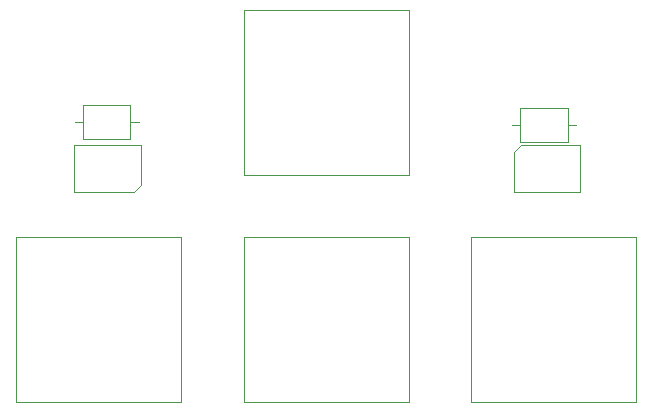
<source format=gbr>
%TF.GenerationSoftware,KiCad,Pcbnew,9.0.2*%
%TF.CreationDate,2025-06-30T20:41:05-04:00*%
%TF.ProjectId,Hackpad,4861636b-7061-4642-9e6b-696361645f70,rev?*%
%TF.SameCoordinates,Original*%
%TF.FileFunction,Legend,Top*%
%TF.FilePolarity,Positive*%
%FSLAX46Y46*%
G04 Gerber Fmt 4.6, Leading zero omitted, Abs format (unit mm)*
G04 Created by KiCad (PCBNEW 9.0.2) date 2025-06-30 20:41:05*
%MOMM*%
%LPD*%
G01*
G04 APERTURE LIST*
%ADD10C,0.120000*%
G04 APERTURE END LIST*
D10*
%TO.C,D2*%
X201835000Y-85795000D02*
X201835000Y-89195000D01*
X201835000Y-85795000D02*
X202435000Y-85195000D01*
X207435000Y-85195000D02*
X202435000Y-85195000D01*
X207435000Y-89195000D02*
X201835000Y-89195000D01*
X207435000Y-89195000D02*
X207435000Y-85195000D01*
%TO.C,C1*%
X164640000Y-83250000D02*
X165330000Y-83250000D01*
X165330000Y-81830000D02*
X165330000Y-84670000D01*
X165330000Y-84670000D02*
X169370000Y-84670000D01*
X169370000Y-81830000D02*
X165330000Y-81830000D01*
X169370000Y-84670000D02*
X169370000Y-81830000D01*
X170060000Y-83250000D02*
X169370000Y-83250000D01*
%TO.C,SW1*%
X178950000Y-93030000D02*
X192920000Y-93030000D01*
X178950000Y-107000000D02*
X178950000Y-93030000D01*
X192920000Y-93030000D02*
X192920000Y-107000000D01*
X192920000Y-107000000D02*
X178950000Y-107000000D01*
%TO.C,SW3*%
X178945000Y-73790000D02*
X192915000Y-73790000D01*
X178945000Y-87760000D02*
X178945000Y-73790000D01*
X192915000Y-73790000D02*
X192915000Y-87760000D01*
X192915000Y-87760000D02*
X178945000Y-87760000D01*
%TO.C,C2*%
X201690000Y-83500000D02*
X202380000Y-83500000D01*
X202380000Y-82080000D02*
X202380000Y-84920000D01*
X202380000Y-84920000D02*
X206420000Y-84920000D01*
X206420000Y-82080000D02*
X202380000Y-82080000D01*
X206420000Y-84920000D02*
X206420000Y-82080000D01*
X207110000Y-83500000D02*
X206420000Y-83500000D01*
%TO.C,D1*%
X164635000Y-85220000D02*
X164635000Y-89220000D01*
X164635000Y-85220000D02*
X170235000Y-85220000D01*
X164635000Y-89220000D02*
X169635000Y-89220000D01*
X170235000Y-88620000D02*
X169635000Y-89220000D01*
X170235000Y-88620000D02*
X170235000Y-85220000D01*
%TO.C,SW4*%
X198175000Y-93030000D02*
X212145000Y-93030000D01*
X198175000Y-107000000D02*
X198175000Y-93030000D01*
X212145000Y-93030000D02*
X212145000Y-107000000D01*
X212145000Y-107000000D02*
X198175000Y-107000000D01*
%TO.C,SW2*%
X159702500Y-93027500D02*
X173672500Y-93027500D01*
X159702500Y-106997500D02*
X159702500Y-93027500D01*
X173672500Y-93027500D02*
X173672500Y-106997500D01*
X173672500Y-106997500D02*
X159702500Y-106997500D01*
%TD*%
M02*

</source>
